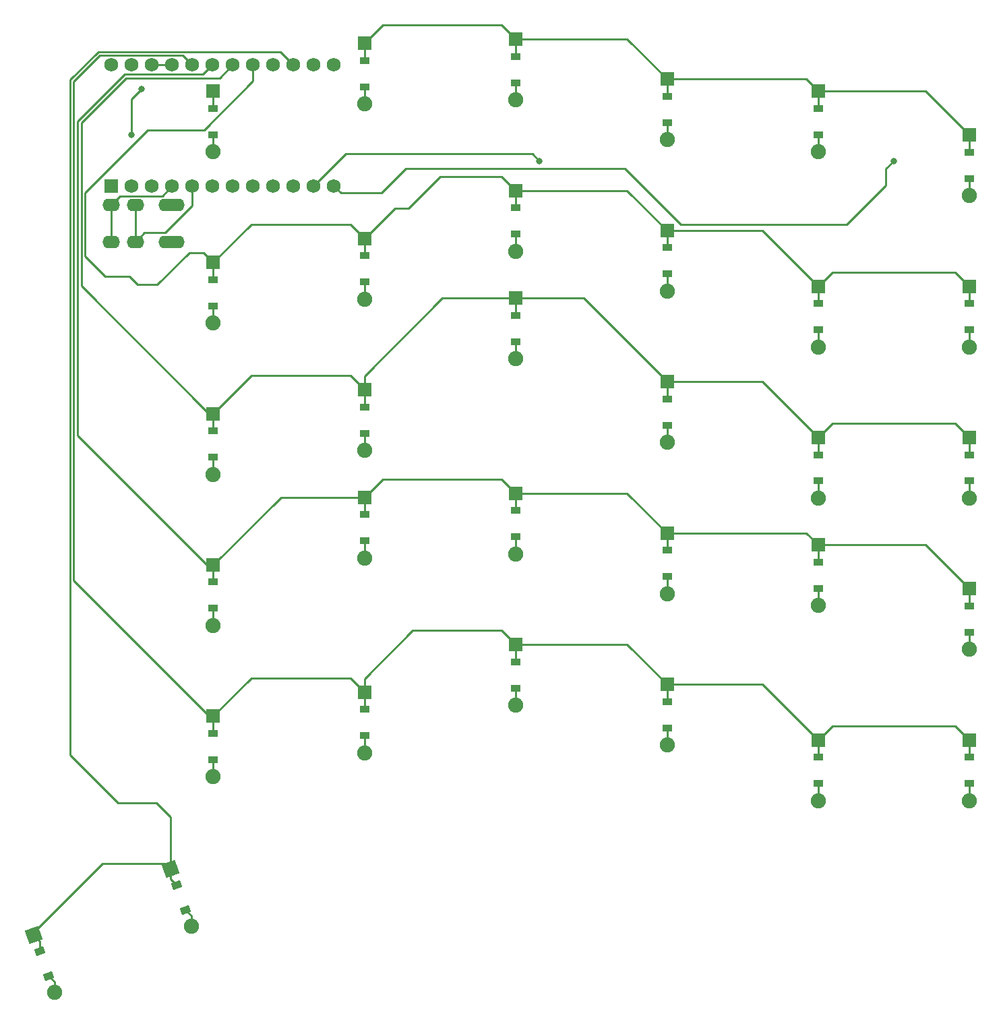
<source format=gtl>
%TF.GenerationSoftware,KiCad,Pcbnew,9.0.6*%
%TF.CreationDate,2025-11-12T17:31:48+01:00*%
%TF.ProjectId,right_finished,72696768-745f-4666-996e-69736865642e,1*%
%TF.SameCoordinates,Original*%
%TF.FileFunction,Copper,L1,Top*%
%TF.FilePolarity,Positive*%
%FSLAX46Y46*%
G04 Gerber Fmt 4.6, Leading zero omitted, Abs format (unit mm)*
G04 Created by KiCad (PCBNEW 9.0.6) date 2025-11-12 17:31:48*
%MOMM*%
%LPD*%
G01*
G04 APERTURE LIST*
G04 Aperture macros list*
%AMRotRect*
0 Rectangle, with rotation*
0 The origin of the aperture is its center*
0 $1 length*
0 $2 width*
0 $3 Rotation angle, in degrees counterclockwise*
0 Add horizontal line*
21,1,$1,$2,0,0,$3*%
G04 Aperture macros list end*
%TA.AperFunction,ComponentPad*%
%ADD10R,1.778000X1.778000*%
%TD*%
%TA.AperFunction,SMDPad,CuDef*%
%ADD11R,1.200000X0.900000*%
%TD*%
%TA.AperFunction,ComponentPad*%
%ADD12C,1.905000*%
%TD*%
%TA.AperFunction,ComponentPad*%
%ADD13R,1.752600X1.752600*%
%TD*%
%TA.AperFunction,ComponentPad*%
%ADD14C,1.752600*%
%TD*%
%TA.AperFunction,ComponentPad*%
%ADD15RotRect,1.778000X1.778000X290.000000*%
%TD*%
%TA.AperFunction,SMDPad,CuDef*%
%ADD16RotRect,0.900000X1.200000X290.000000*%
%TD*%
%TA.AperFunction,ComponentPad*%
%ADD17O,2.200000X1.600000*%
%TD*%
%TA.AperFunction,ViaPad*%
%ADD18C,0.800000*%
%TD*%
%TA.AperFunction,Conductor*%
%ADD19C,0.250000*%
%TD*%
G04 APERTURE END LIST*
D10*
%TO.P,D11,1*%
%TO.N,P4*%
X233025000Y-131240000D03*
D11*
X233025000Y-133400000D03*
%TO.P,D11,2*%
%TO.N,mirror_third_home*%
X233025000Y-136700000D03*
D12*
X233025000Y-138860000D03*
%TD*%
D10*
%TO.P,D29,1*%
%TO.N,P6*%
X195025000Y-88740000D03*
D11*
X195025000Y-90900000D03*
%TO.P,D29,2*%
%TO.N,mirror_fifth_num*%
X195025000Y-94200000D03*
D12*
X195025000Y-96360000D03*
%TD*%
D10*
%TO.P,D25,1*%
%TO.N,P3*%
X252025000Y-151740000D03*
D11*
X252025000Y-153900000D03*
%TO.P,D25,2*%
%TO.N,mirror_second_bottom*%
X252025000Y-157200000D03*
D12*
X252025000Y-159360000D03*
%TD*%
D10*
%TO.P,D7,1*%
%TO.N,P4*%
X252025000Y-138240000D03*
D11*
X252025000Y-140400000D03*
%TO.P,D7,2*%
%TO.N,mirror_second_home*%
X252025000Y-143700000D03*
D12*
X252025000Y-145860000D03*
%TD*%
D10*
%TO.P,D14,1*%
%TO.N,P2*%
X214025000Y-164240000D03*
D11*
X214025000Y-166400000D03*
%TO.P,D14,2*%
%TO.N,mirror_fourth_mod*%
X214025000Y-169700000D03*
D12*
X214025000Y-171860000D03*
%TD*%
D10*
%TO.P,D6,1*%
%TO.N,P2*%
X252025000Y-176240000D03*
D11*
X252025000Y-178400000D03*
%TO.P,D6,2*%
%TO.N,mirror_second_mod*%
X252025000Y-181700000D03*
D12*
X252025000Y-183860000D03*
%TD*%
D10*
%TO.P,D28,1*%
%TO.N,P3*%
X195025000Y-145740000D03*
D11*
X195025000Y-147900000D03*
%TO.P,D28,2*%
%TO.N,mirror_fifth_bottom*%
X195025000Y-151200000D03*
D12*
X195025000Y-153360000D03*
%TD*%
D10*
%TO.P,D21,1*%
%TO.N,P2*%
X176025000Y-173240000D03*
D11*
X176025000Y-175400000D03*
%TO.P,D21,2*%
%TO.N,mirror_sixth_mod*%
X176025000Y-178700000D03*
D12*
X176025000Y-180860000D03*
%TD*%
D13*
%TO.P,MCU1,1*%
%TO.N,RAW*%
X163255000Y-106670000D03*
D14*
%TO.P,MCU1,2*%
%TO.N,GND*%
X165795000Y-106670000D03*
%TO.P,MCU1,3*%
%TO.N,RST*%
X168335000Y-106670000D03*
%TO.P,MCU1,4*%
%TO.N,VCC*%
X170875000Y-106670000D03*
%TO.P,MCU1,5*%
%TO.N,P21*%
X173415000Y-106670000D03*
%TO.P,MCU1,6*%
%TO.N,P20*%
X175955000Y-106670000D03*
%TO.P,MCU1,7*%
%TO.N,P19*%
X178495000Y-106670000D03*
%TO.P,MCU1,8*%
%TO.N,P18*%
X181035000Y-106670000D03*
%TO.P,MCU1,9*%
%TO.N,P15*%
X183575000Y-106670000D03*
%TO.P,MCU1,10*%
%TO.N,P14*%
X186115000Y-106670000D03*
%TO.P,MCU1,11*%
%TO.N,P16*%
X188655000Y-106670000D03*
%TO.P,MCU1,12*%
%TO.N,P10*%
X191195000Y-106670000D03*
%TO.P,MCU1,13*%
%TO.N,P1*%
X163255000Y-91430000D03*
%TO.P,MCU1,14*%
%TO.N,P0*%
X165795000Y-91430000D03*
%TO.P,MCU1,15*%
%TO.N,GND*%
X168335000Y-91430000D03*
%TO.P,MCU1,16*%
X170875000Y-91430000D03*
%TO.P,MCU1,17*%
%TO.N,P2*%
X173415000Y-91430000D03*
%TO.P,MCU1,18*%
%TO.N,P3*%
X175955000Y-91430000D03*
%TO.P,MCU1,19*%
%TO.N,P4*%
X178495000Y-91430000D03*
%TO.P,MCU1,20*%
%TO.N,P5*%
X181035000Y-91430000D03*
%TO.P,MCU1,21*%
%TO.N,P6*%
X183575000Y-91430000D03*
%TO.P,MCU1,22*%
%TO.N,P7*%
X186115000Y-91430000D03*
%TO.P,MCU1,23*%
%TO.N,P8*%
X188655000Y-91430000D03*
%TO.P,MCU1,24*%
%TO.N,P9*%
X191195000Y-91430000D03*
%TD*%
D10*
%TO.P,D1,1*%
%TO.N,P2*%
X271025000Y-176240000D03*
D11*
X271025000Y-178400000D03*
%TO.P,D1,2*%
%TO.N,mirror_first_mod*%
X271025000Y-181700000D03*
D12*
X271025000Y-183860000D03*
%TD*%
D10*
%TO.P,D17,1*%
%TO.N,P6*%
X214025000Y-88240000D03*
D11*
X214025000Y-90400000D03*
%TO.P,D17,2*%
%TO.N,mirror_fourth_num*%
X214025000Y-93700000D03*
D12*
X214025000Y-95860000D03*
%TD*%
D10*
%TO.P,D22,1*%
%TO.N,P3*%
X176025000Y-154240000D03*
D11*
X176025000Y-156400000D03*
%TO.P,D22,2*%
%TO.N,mirror_sixth_bottom*%
X176025000Y-159700000D03*
D12*
X176025000Y-161860000D03*
%TD*%
D10*
%TO.P,D23,1*%
%TO.N,P4*%
X176025000Y-135240000D03*
D11*
X176025000Y-137400000D03*
%TO.P,D23,2*%
%TO.N,mirror_sixth_home*%
X176025000Y-140700000D03*
D12*
X176025000Y-142860000D03*
%TD*%
D10*
%TO.P,D16,1*%
%TO.N,P5*%
X214025000Y-107240000D03*
D11*
X214025000Y-109400000D03*
%TO.P,D16,2*%
%TO.N,mirror_fourth_top*%
X214025000Y-112700000D03*
D12*
X214025000Y-114860000D03*
%TD*%
D15*
%TO.P,D31,1*%
%TO.N,P7*%
X170698576Y-192440938D03*
D16*
X171437340Y-194470674D03*
%TO.P,D31,2*%
%TO.N,mirror_t1_thumb*%
X172566006Y-197571660D03*
D12*
X173304770Y-199601396D03*
%TD*%
D10*
%TO.P,D18,1*%
%TO.N,P2*%
X195025000Y-170240000D03*
D11*
X195025000Y-172400000D03*
%TO.P,D18,2*%
%TO.N,mirror_fifth_mod*%
X195025000Y-175700000D03*
D12*
X195025000Y-177860000D03*
%TD*%
D10*
%TO.P,D3,1*%
%TO.N,P4*%
X271025000Y-138240000D03*
D11*
X271025000Y-140400000D03*
%TO.P,D3,2*%
%TO.N,mirror_first_home*%
X271025000Y-143700000D03*
D12*
X271025000Y-145860000D03*
%TD*%
D10*
%TO.P,D20,1*%
%TO.N,P5*%
X195025000Y-113240000D03*
D11*
X195025000Y-115400000D03*
%TO.P,D20,2*%
%TO.N,mirror_fifth_top*%
X195025000Y-118700000D03*
D12*
X195025000Y-120860000D03*
%TD*%
D10*
%TO.P,D19,1*%
%TO.N,P4*%
X195025000Y-132240000D03*
D11*
X195025000Y-134400000D03*
%TO.P,D19,2*%
%TO.N,mirror_fifth_home*%
X195025000Y-137700000D03*
D12*
X195025000Y-139860000D03*
%TD*%
D10*
%TO.P,D12,1*%
%TO.N,P5*%
X233025000Y-112240000D03*
D11*
X233025000Y-114400000D03*
%TO.P,D12,2*%
%TO.N,mirror_third_top*%
X233025000Y-117700000D03*
D12*
X233025000Y-119860000D03*
%TD*%
D10*
%TO.P,D9,1*%
%TO.N,P2*%
X233025000Y-169240000D03*
D11*
X233025000Y-171400000D03*
%TO.P,D9,2*%
%TO.N,mirror_third_mod*%
X233025000Y-174700000D03*
D12*
X233025000Y-176860000D03*
%TD*%
D10*
%TO.P,D27,1*%
%TO.N,P4*%
X214025000Y-120740000D03*
D11*
X214025000Y-122900000D03*
%TO.P,D27,2*%
%TO.N,mirror_fourth_home*%
X214025000Y-126200000D03*
D12*
X214025000Y-128360000D03*
%TD*%
D10*
%TO.P,D10,1*%
%TO.N,P3*%
X233025000Y-150240000D03*
D11*
X233025000Y-152400000D03*
%TO.P,D10,2*%
%TO.N,mirror_third_bottom*%
X233025000Y-155700000D03*
D12*
X233025000Y-157860000D03*
%TD*%
D17*
%TO.P,TRRS1,1*%
%TO.N,GND*%
X171325000Y-113650000D03*
X171325000Y-109050000D03*
%TO.P,TRRS1,2*%
X170225000Y-113650000D03*
X170225000Y-109050000D03*
%TO.P,TRRS1,3*%
%TO.N,P21*%
X166225000Y-113650000D03*
X166225000Y-109050000D03*
%TO.P,TRRS1,4*%
%TO.N,VCC*%
X163225000Y-113650000D03*
X163225000Y-109050000D03*
%TD*%
D10*
%TO.P,D13,1*%
%TO.N,P6*%
X233025000Y-93240000D03*
D11*
X233025000Y-95400000D03*
%TO.P,D13,2*%
%TO.N,mirror_third_num*%
X233025000Y-98700000D03*
D12*
X233025000Y-100860000D03*
%TD*%
D10*
%TO.P,D4,1*%
%TO.N,P5*%
X271025000Y-119240000D03*
D11*
X271025000Y-121400000D03*
%TO.P,D4,2*%
%TO.N,mirror_first_top*%
X271025000Y-124700000D03*
D12*
X271025000Y-126860000D03*
%TD*%
D10*
%TO.P,D2,1*%
%TO.N,P3*%
X271025000Y-157240000D03*
D11*
X271025000Y-159400000D03*
%TO.P,D2,2*%
%TO.N,mirror_first_bottom*%
X271025000Y-162700000D03*
D12*
X271025000Y-164860000D03*
%TD*%
D10*
%TO.P,D8,1*%
%TO.N,P5*%
X252025000Y-119240000D03*
D11*
X252025000Y-121400000D03*
%TO.P,D8,2*%
%TO.N,mirror_second_top*%
X252025000Y-124700000D03*
D12*
X252025000Y-126860000D03*
%TD*%
D10*
%TO.P,D5,1*%
%TO.N,P6*%
X271025000Y-100240000D03*
D11*
X271025000Y-102400000D03*
%TO.P,D5,2*%
%TO.N,mirror_first_num*%
X271025000Y-105700000D03*
D12*
X271025000Y-107860000D03*
%TD*%
D10*
%TO.P,D26,1*%
%TO.N,P6*%
X252025000Y-94740000D03*
D11*
X252025000Y-96900000D03*
%TO.P,D26,2*%
%TO.N,mirror_second_num*%
X252025000Y-100200000D03*
D12*
X252025000Y-102360000D03*
%TD*%
D10*
%TO.P,D24,1*%
%TO.N,P5*%
X176025000Y-116240000D03*
D11*
X176025000Y-118400000D03*
%TO.P,D24,2*%
%TO.N,mirror_sixth_top*%
X176025000Y-121700000D03*
D12*
X176025000Y-123860000D03*
%TD*%
D15*
%TO.P,D32,1*%
%TO.N,P7*%
X153494254Y-200724737D03*
D16*
X154233018Y-202754473D03*
%TO.P,D32,2*%
%TO.N,mirror_t2_thumb*%
X155361684Y-205855459D03*
D12*
X156100448Y-207885195D03*
%TD*%
D10*
%TO.P,D15,1*%
%TO.N,P3*%
X214025000Y-145240000D03*
D11*
X214025000Y-147400000D03*
%TO.P,D15,2*%
%TO.N,mirror_fourth_bottom*%
X214025000Y-150700000D03*
D12*
X214025000Y-152860000D03*
%TD*%
D10*
%TO.P,D30,1*%
%TO.N,P6*%
X176025000Y-94740000D03*
D11*
X176025000Y-96900000D03*
%TO.P,D30,2*%
%TO.N,mirror_sixth_num*%
X176025000Y-100200000D03*
D12*
X176025000Y-102360000D03*
%TD*%
D18*
%TO.N,P10*%
X261500000Y-103500000D03*
%TO.N,P16*%
X217000000Y-103500000D03*
%TO.N,GND*%
X165795000Y-100205000D03*
X167000000Y-94500000D03*
%TD*%
D19*
%TO.N,P10*%
X260500000Y-106548038D02*
X255548038Y-111500000D01*
X192071300Y-107546300D02*
X191195000Y-106670000D01*
X200205882Y-104500000D02*
X197159582Y-107546300D01*
X227715000Y-104500000D02*
X200205882Y-104500000D01*
X197159582Y-107546300D02*
X192071300Y-107546300D01*
X234715000Y-111500000D02*
X227715000Y-104500000D01*
X261500000Y-103500000D02*
X260500000Y-104500000D01*
X260500000Y-104500000D02*
X260500000Y-106548038D01*
X255548038Y-111500000D02*
X234715000Y-111500000D01*
%TO.N,mirror_first_mod*%
X271025000Y-183860000D02*
X271025000Y-181700000D01*
%TO.N,mirror_first_bottom*%
X271025000Y-164860000D02*
X271025000Y-162700000D01*
%TO.N,mirror_first_home*%
X271025000Y-145860000D02*
X271025000Y-143700000D01*
%TO.N,mirror_first_top*%
X271025000Y-126860000D02*
X271025000Y-124700000D01*
%TO.N,mirror_first_num*%
X271025000Y-107860000D02*
X271025000Y-105700000D01*
%TO.N,P16*%
X192701000Y-102624000D02*
X188655000Y-106670000D01*
X216124000Y-102624000D02*
X192701000Y-102624000D01*
X217000000Y-103500000D02*
X216124000Y-102624000D01*
%TO.N,mirror_second_mod*%
X252025000Y-183860000D02*
X252025000Y-181700000D01*
%TO.N,mirror_second_bottom*%
X252025000Y-159360000D02*
X252025000Y-157200000D01*
%TO.N,mirror_second_home*%
X252025000Y-145860000D02*
X252025000Y-143700000D01*
%TO.N,mirror_second_top*%
X252025000Y-126860000D02*
X252025000Y-124700000D01*
%TO.N,mirror_second_num*%
X252025000Y-102360000D02*
X252025000Y-100200000D01*
%TO.N,mirror_third_mod*%
X233025000Y-176860000D02*
X233025000Y-174700000D01*
%TO.N,mirror_third_bottom*%
X233025000Y-157860000D02*
X233025000Y-155700000D01*
%TO.N,mirror_third_home*%
X233025000Y-138860000D02*
X233025000Y-136700000D01*
%TO.N,mirror_third_top*%
X233025000Y-119860000D02*
X233025000Y-117700000D01*
%TO.N,mirror_third_num*%
X233025000Y-100860000D02*
X233025000Y-98700000D01*
%TO.N,mirror_fourth_mod*%
X214025000Y-171860000D02*
X214025000Y-169700000D01*
%TO.N,mirror_fourth_bottom*%
X214025000Y-152860000D02*
X214025000Y-150700000D01*
%TO.N,mirror_fourth_home*%
X214025000Y-128360000D02*
X214025000Y-126200000D01*
%TO.N,mirror_fourth_top*%
X214025000Y-114860000D02*
X214025000Y-112700000D01*
%TO.N,mirror_fourth_num*%
X214025000Y-93700000D02*
X214025000Y-95860000D01*
%TO.N,mirror_fifth_mod*%
X195025000Y-177860000D02*
X195025000Y-175700000D01*
%TO.N,mirror_fifth_bottom*%
X195025000Y-153360000D02*
X195025000Y-151200000D01*
%TO.N,mirror_fifth_home*%
X195025000Y-139860000D02*
X195025000Y-137700000D01*
%TO.N,mirror_fifth_top*%
X195025000Y-120860000D02*
X195025000Y-118700000D01*
%TO.N,mirror_fifth_num*%
X195025000Y-94200000D02*
X195025000Y-96360000D01*
%TO.N,mirror_sixth_mod*%
X176025000Y-180860000D02*
X176025000Y-178700000D01*
%TO.N,mirror_sixth_bottom*%
X176025000Y-161860000D02*
X176025000Y-159700000D01*
%TO.N,mirror_sixth_home*%
X176025000Y-142860000D02*
X176025000Y-140700000D01*
%TO.N,mirror_sixth_top*%
X176025000Y-123860000D02*
X176025000Y-121700000D01*
%TO.N,mirror_sixth_num*%
X176025000Y-102360000D02*
X176025000Y-100200000D01*
%TO.N,mirror_t1_thumb*%
X173304770Y-199601396D02*
X173304770Y-198310424D01*
X173304770Y-198310424D02*
X172566006Y-197571660D01*
%TO.N,mirror_t2_thumb*%
X156100448Y-207885195D02*
X156100448Y-206594223D01*
X156100448Y-206594223D02*
X155361684Y-205855459D01*
%TO.N,P2*%
X195025000Y-170240000D02*
X195025000Y-168514901D01*
X176025000Y-173240000D02*
X180805500Y-168459500D01*
X214025000Y-166400000D02*
X214025000Y-164240000D01*
X233025000Y-169240000D02*
X245025000Y-169240000D01*
X253805500Y-174459500D02*
X269244500Y-174459500D01*
X212244500Y-162459500D02*
X214025000Y-164240000D01*
X233025000Y-169240000D02*
X233025000Y-171400000D01*
X195025000Y-168514901D02*
X201080401Y-162459500D01*
X269244500Y-174459500D02*
X271025000Y-176240000D01*
X201080401Y-162459500D02*
X212244500Y-162459500D01*
X245025000Y-169240000D02*
X252025000Y-176240000D01*
X252025000Y-178400000D02*
X252025000Y-176240000D01*
X214025000Y-164240000D02*
X228025000Y-164240000D01*
X271025000Y-178400000D02*
X271025000Y-176240000D01*
X175511935Y-173240000D02*
X176025000Y-173240000D01*
X158500000Y-156228065D02*
X175511935Y-173240000D01*
X228025000Y-164240000D02*
X233025000Y-169240000D01*
X195025000Y-172400000D02*
X195025000Y-170240000D01*
X193244500Y-168459500D02*
X195025000Y-170240000D01*
X252025000Y-176240000D02*
X253805500Y-174459500D01*
X172212700Y-90227700D02*
X161772300Y-90227700D01*
X180805500Y-168459500D02*
X193244500Y-168459500D01*
X173415000Y-91430000D02*
X172212700Y-90227700D01*
X161772300Y-90227700D02*
X158500000Y-93500000D01*
X176025000Y-175400000D02*
X176025000Y-173240000D01*
X158500000Y-93500000D02*
X158500000Y-156228065D01*
%TO.N,P3*%
X252025000Y-151740000D02*
X265525000Y-151740000D01*
X176025000Y-154240000D02*
X175240000Y-154240000D01*
X212244500Y-143459500D02*
X214025000Y-145240000D01*
X159000000Y-98500000D02*
X164867700Y-92632300D01*
X214025000Y-145240000D02*
X228025000Y-145240000D01*
X164867700Y-92632300D02*
X174752700Y-92632300D01*
X214025000Y-147400000D02*
X214025000Y-145240000D01*
X271025000Y-159400000D02*
X271025000Y-157240000D01*
X176025000Y-156400000D02*
X176025000Y-154240000D01*
X184525000Y-145740000D02*
X176025000Y-154240000D01*
X228025000Y-145240000D02*
X233025000Y-150240000D01*
X159000000Y-138000000D02*
X159000000Y-98500000D01*
X195025000Y-147900000D02*
X195025000Y-145740000D01*
X197305500Y-143459500D02*
X212244500Y-143459500D01*
X252025000Y-153900000D02*
X252025000Y-151740000D01*
X233025000Y-150240000D02*
X250525000Y-150240000D01*
X195025000Y-145740000D02*
X184525000Y-145740000D01*
X265525000Y-151740000D02*
X271025000Y-157240000D01*
X174752700Y-92632300D02*
X175955000Y-91430000D01*
X250525000Y-150240000D02*
X252025000Y-151740000D01*
X195025000Y-145740000D02*
X197305500Y-143459500D01*
X233025000Y-152400000D02*
X233025000Y-150240000D01*
X175240000Y-154240000D02*
X159000000Y-138000000D01*
%TO.N,P4*%
X253805500Y-136459500D02*
X269244500Y-136459500D01*
X176025000Y-135240000D02*
X180805500Y-130459500D01*
X214025000Y-120740000D02*
X214025000Y-122900000D01*
X252025000Y-138240000D02*
X253805500Y-136459500D01*
X252025000Y-138240000D02*
X252025000Y-140400000D01*
X165054510Y-93083300D02*
X159451000Y-98686810D01*
X180805500Y-130459500D02*
X193244500Y-130459500D01*
X195025000Y-132240000D02*
X195025000Y-130514901D01*
X175511935Y-135240000D02*
X176025000Y-135240000D01*
X233025000Y-131240000D02*
X233025000Y-133400000D01*
X214025000Y-120740000D02*
X222525000Y-120740000D01*
X233025000Y-131240000D02*
X245025000Y-131240000D01*
X159451000Y-119179065D02*
X175511935Y-135240000D01*
X159451000Y-98686810D02*
X159451000Y-119179065D01*
X176841700Y-93083300D02*
X165054510Y-93083300D01*
X176025000Y-137400000D02*
X176025000Y-135240000D01*
X195025000Y-132240000D02*
X195025000Y-134400000D01*
X222525000Y-120740000D02*
X233025000Y-131240000D01*
X204799901Y-120740000D02*
X214025000Y-120740000D01*
X195025000Y-130514901D02*
X204799901Y-120740000D01*
X269244500Y-136459500D02*
X271025000Y-138240000D01*
X245025000Y-131240000D02*
X252025000Y-138240000D01*
X193244500Y-130459500D02*
X195025000Y-132240000D01*
X271025000Y-138240000D02*
X271025000Y-140400000D01*
X178495000Y-91430000D02*
X176841700Y-93083300D01*
%TO.N,P5*%
X181035000Y-91430000D02*
X181035000Y-93465000D01*
X159902000Y-115462099D02*
X162439901Y-118000000D01*
X174859500Y-99640500D02*
X167761500Y-99640500D01*
X198841000Y-109424000D02*
X195025000Y-113240000D01*
X169000000Y-119000000D02*
X173000000Y-115000000D01*
X173000000Y-115000000D02*
X174785000Y-115000000D01*
X181035000Y-93465000D02*
X174859500Y-99640500D01*
X193244500Y-111459500D02*
X195025000Y-113240000D01*
X214025000Y-109400000D02*
X214025000Y-107240000D01*
X167761500Y-99640500D02*
X159902000Y-107500000D01*
X204550599Y-105459500D02*
X200586099Y-109424000D01*
X271025000Y-119240000D02*
X271025000Y-121400000D01*
X245025000Y-112240000D02*
X252025000Y-119240000D01*
X176025000Y-116240000D02*
X180805500Y-111459500D01*
X174785000Y-115000000D02*
X176025000Y-116240000D01*
X228025000Y-107240000D02*
X233025000Y-112240000D01*
X214025000Y-107240000D02*
X212244500Y-105459500D01*
X200586099Y-109424000D02*
X198841000Y-109424000D01*
X214025000Y-107240000D02*
X228025000Y-107240000D01*
X252025000Y-119240000D02*
X253805500Y-117459500D01*
X159902000Y-107500000D02*
X159902000Y-115462099D01*
X162439901Y-118000000D02*
X165500000Y-118000000D01*
X269244500Y-117459500D02*
X271025000Y-119240000D01*
X233025000Y-112240000D02*
X245025000Y-112240000D01*
X166500000Y-119000000D02*
X169000000Y-119000000D01*
X180805500Y-111459500D02*
X193244500Y-111459500D01*
X176025000Y-118400000D02*
X176025000Y-116240000D01*
X252025000Y-121400000D02*
X252025000Y-119240000D01*
X165500000Y-118000000D02*
X166500000Y-119000000D01*
X212244500Y-105459500D02*
X204550599Y-105459500D01*
X253805500Y-117459500D02*
X269244500Y-117459500D01*
X233025000Y-114400000D02*
X233025000Y-112240000D01*
X195025000Y-115400000D02*
X195025000Y-113240000D01*
%TO.N,P6*%
X195025000Y-88740000D02*
X195025000Y-90900000D01*
X214025000Y-88240000D02*
X228025000Y-88240000D01*
X252025000Y-94740000D02*
X250525000Y-93240000D01*
X250525000Y-93240000D02*
X233025000Y-93240000D01*
X233025000Y-93240000D02*
X233025000Y-95400000D01*
X214025000Y-88240000D02*
X214025000Y-90400000D01*
X265525000Y-94740000D02*
X271025000Y-100240000D01*
X197305500Y-86459500D02*
X212244500Y-86459500D01*
X228025000Y-88240000D02*
X233025000Y-93240000D01*
X212244500Y-86459500D02*
X214025000Y-88240000D01*
X271025000Y-100240000D02*
X271025000Y-102400000D01*
X195025000Y-88740000D02*
X197305500Y-86459500D01*
X252025000Y-94740000D02*
X265525000Y-94740000D01*
X252025000Y-96900000D02*
X252025000Y-94740000D01*
X176025000Y-96900000D02*
X176025000Y-94740000D01*
%TO.N,P7*%
X184461700Y-89776700D02*
X161585490Y-89776700D01*
X170698576Y-193731910D02*
X171437340Y-194470674D01*
X154233018Y-201463501D02*
X153494254Y-200724737D01*
X168919932Y-184121545D02*
X170698576Y-185900189D01*
X161585490Y-89776700D02*
X158049000Y-93313190D01*
X153494254Y-200724737D02*
X153494254Y-200358449D01*
X162105368Y-191747335D02*
X170004973Y-191747335D01*
X170698576Y-185900189D02*
X170698576Y-192440938D01*
X158049000Y-178102613D02*
X164067932Y-184121545D01*
X170698576Y-192440938D02*
X170698576Y-193731910D01*
X154233018Y-202754473D02*
X154233018Y-201463501D01*
X153494254Y-200358449D02*
X162105368Y-191747335D01*
X170004973Y-191747335D02*
X170698576Y-192440938D01*
X164067932Y-184121545D02*
X168919932Y-184121545D01*
X158049000Y-93313190D02*
X158049000Y-178102613D01*
X186115000Y-91430000D02*
X184461700Y-89776700D01*
%TO.N,GND*%
X170875000Y-91430000D02*
X168335000Y-91430000D01*
X165795000Y-100205000D02*
X165795000Y-95705000D01*
X165795000Y-95705000D02*
X167000000Y-94500000D01*
%TO.N,VCC*%
X163225000Y-113650000D02*
X163225000Y-109050000D01*
X169621000Y-107924000D02*
X170875000Y-106670000D01*
X164351000Y-107924000D02*
X169621000Y-107924000D01*
X163225000Y-109050000D02*
X164351000Y-107924000D01*
%TO.N,P21*%
X167351000Y-112524000D02*
X169976000Y-112524000D01*
X166225000Y-113650000D02*
X167351000Y-112524000D01*
X173415000Y-109085000D02*
X173415000Y-106670000D01*
X169976000Y-112524000D02*
X173415000Y-109085000D01*
X166225000Y-109050000D02*
X166225000Y-113650000D01*
%TD*%
M02*

</source>
